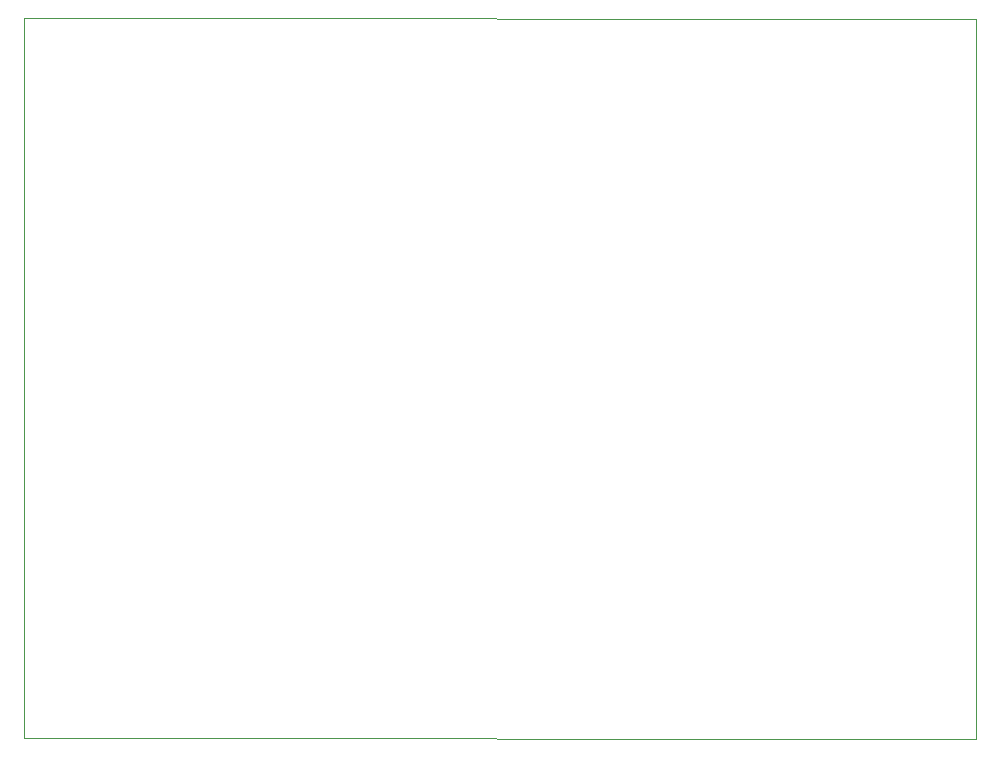
<source format=gbr>
%TF.GenerationSoftware,KiCad,Pcbnew,9.0.0*%
%TF.CreationDate,2025-03-28T14:38:41+02:00*%
%TF.ProjectId,Main,4d61696e-2e6b-4696-9361-645f70636258,rev?*%
%TF.SameCoordinates,Original*%
%TF.FileFunction,Profile,NP*%
%FSLAX46Y46*%
G04 Gerber Fmt 4.6, Leading zero omitted, Abs format (unit mm)*
G04 Created by KiCad (PCBNEW 9.0.0) date 2025-03-28 14:38:41*
%MOMM*%
%LPD*%
G01*
G04 APERTURE LIST*
%TA.AperFunction,Profile*%
%ADD10C,0.050000*%
%TD*%
G04 APERTURE END LIST*
D10*
X93980000Y-111760000D02*
X93980000Y-50800000D01*
X174570000Y-111790000D02*
X93980000Y-111760000D01*
X93980000Y-50800000D02*
X174570000Y-50830000D01*
X174570000Y-50830000D02*
X174570000Y-111790000D01*
M02*

</source>
